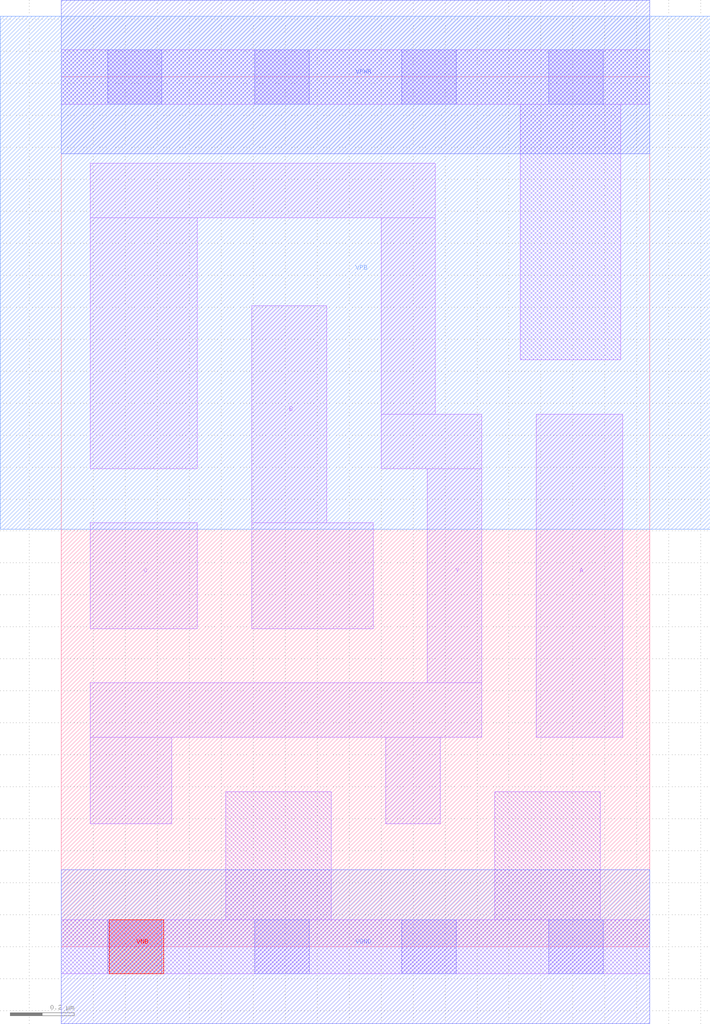
<source format=lef>
# Copyright 2020 The SkyWater PDK Authors
#
# Licensed under the Apache License, Version 2.0 (the "License");
# you may not use this file except in compliance with the License.
# You may obtain a copy of the License at
#
#     https://www.apache.org/licenses/LICENSE-2.0
#
# Unless required by applicable law or agreed to in writing, software
# distributed under the License is distributed on an "AS IS" BASIS,
# WITHOUT WARRANTIES OR CONDITIONS OF ANY KIND, either express or implied.
# See the License for the specific language governing permissions and
# limitations under the License.
#
# SPDX-License-Identifier: Apache-2.0

VERSION 5.7 ;
  NOWIREEXTENSIONATPIN ON ;
  DIVIDERCHAR "/" ;
  BUSBITCHARS "[]" ;
MACRO sky130_fd_sc_hd__nor3_1
  CLASS CORE ;
  FOREIGN sky130_fd_sc_hd__nor3_1 ;
  ORIGIN  0.000000  0.000000 ;
  SIZE  1.840000 BY  2.720000 ;
  SYMMETRY X Y R90 ;
  SITE unithd ;
  PIN A
    ANTENNAGATEAREA  0.247500 ;
    DIRECTION INPUT ;
    USE SIGNAL ;
    PORT
      LAYER li1 ;
        RECT 1.485000 0.655000 1.755000 1.665000 ;
    END
  END A
  PIN B
    ANTENNAGATEAREA  0.247500 ;
    DIRECTION INPUT ;
    USE SIGNAL ;
    PORT
      LAYER li1 ;
        RECT 0.595000 0.995000 0.975000 1.325000 ;
        RECT 0.595000 1.325000 0.830000 2.005000 ;
    END
  END B
  PIN C
    ANTENNAGATEAREA  0.247500 ;
    DIRECTION INPUT ;
    USE SIGNAL ;
    PORT
      LAYER li1 ;
        RECT 0.090000 0.995000 0.425000 1.325000 ;
    END
  END C
  PIN VNB
    PORT
      LAYER pwell ;
        RECT 0.150000 -0.085000 0.320000 0.085000 ;
    END
  END VNB
  PIN VPB
    PORT
      LAYER nwell ;
        RECT -0.190000 1.305000 2.030000 2.910000 ;
    END
  END VPB
  PIN Y
    ANTENNADIFFAREA  0.604500 ;
    DIRECTION OUTPUT ;
    USE SIGNAL ;
    PORT
      LAYER li1 ;
        RECT 0.090000 0.385000 0.345000 0.655000 ;
        RECT 0.090000 0.655000 1.315000 0.825000 ;
        RECT 0.090000 1.495000 0.425000 2.280000 ;
        RECT 0.090000 2.280000 1.170000 2.450000 ;
        RECT 1.000000 1.495000 1.315000 1.665000 ;
        RECT 1.000000 1.665000 1.170000 2.280000 ;
        RECT 1.015000 0.385000 1.185000 0.655000 ;
        RECT 1.145000 0.825000 1.315000 1.495000 ;
    END
  END Y
  PIN VGND
    DIRECTION INOUT ;
    SHAPE ABUTMENT ;
    USE GROUND ;
    PORT
      LAYER met1 ;
        RECT 0.000000 -0.240000 1.840000 0.240000 ;
    END
  END VGND
  PIN VPWR
    DIRECTION INOUT ;
    SHAPE ABUTMENT ;
    USE POWER ;
    PORT
      LAYER met1 ;
        RECT 0.000000 2.480000 1.840000 2.960000 ;
    END
  END VPWR
  OBS
    LAYER li1 ;
      RECT 0.000000 -0.085000 1.840000 0.085000 ;
      RECT 0.000000  2.635000 1.840000 2.805000 ;
      RECT 0.515000  0.085000 0.845000 0.485000 ;
      RECT 1.355000  0.085000 1.685000 0.485000 ;
      RECT 1.435000  1.835000 1.750000 2.635000 ;
    LAYER mcon ;
      RECT 0.145000 -0.085000 0.315000 0.085000 ;
      RECT 0.145000  2.635000 0.315000 2.805000 ;
      RECT 0.605000 -0.085000 0.775000 0.085000 ;
      RECT 0.605000  2.635000 0.775000 2.805000 ;
      RECT 1.065000 -0.085000 1.235000 0.085000 ;
      RECT 1.065000  2.635000 1.235000 2.805000 ;
      RECT 1.525000 -0.085000 1.695000 0.085000 ;
      RECT 1.525000  2.635000 1.695000 2.805000 ;
  END
END sky130_fd_sc_hd__nor3_1
END LIBRARY

</source>
